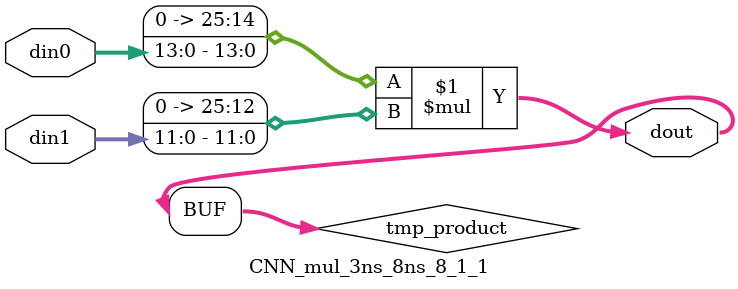
<source format=v>

`timescale 1 ns / 1 ps

 module CNN_mul_3ns_8ns_8_1_1(din0, din1, dout);
parameter ID = 1;
parameter NUM_STAGE = 0;
parameter din0_WIDTH = 14;
parameter din1_WIDTH = 12;
parameter dout_WIDTH = 26;

input [din0_WIDTH - 1 : 0] din0; 
input [din1_WIDTH - 1 : 0] din1; 
output [dout_WIDTH - 1 : 0] dout;

wire signed [dout_WIDTH - 1 : 0] tmp_product;
























assign tmp_product = $signed({1'b0, din0}) * $signed({1'b0, din1});











assign dout = tmp_product;





















endmodule

</source>
